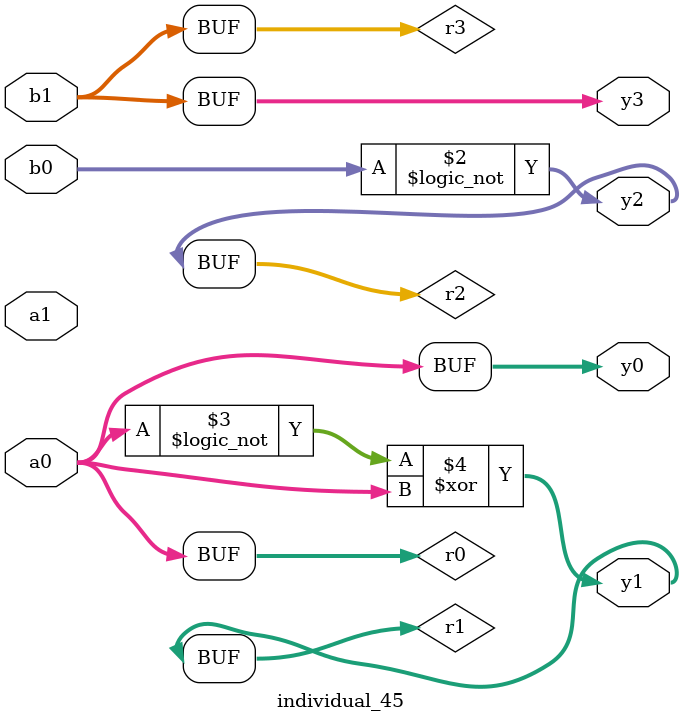
<source format=sv>
module individual_45(input logic [15:0] a1, input logic [15:0] a0, input logic [15:0] b1, input logic [15:0] b0, output logic [15:0] y3, output logic [15:0] y2, output logic [15:0] y1, output logic [15:0] y0);
logic [15:0] r0, r1, r2, r3;  always@(*) begin 	 r0 = a0; r1 = a1; r2 = b0; r3 = b1;  	 r2 = ! b0 ; 	 r1 = ! r0 ; 	 r1  ^=  a0 ; 	 y3 = r3; y2 = r2; y1 = r1; y0 = r0; end
endmodule
</source>
